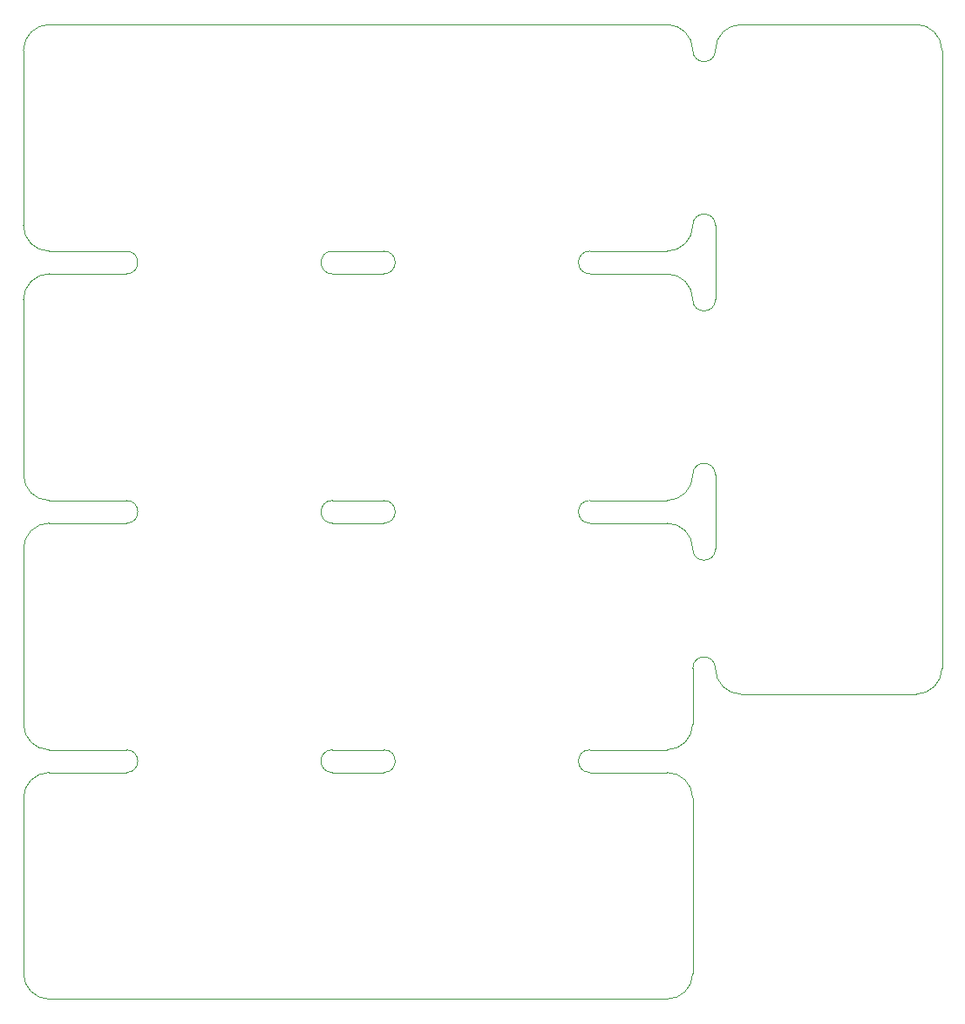
<source format=gbr>
%TF.GenerationSoftware,KiCad,Pcbnew,8.0.2*%
%TF.CreationDate,2024-05-13T13:54:01+09:00*%
%TF.ProjectId,ikafly_rev1a_p,696b6166-6c79-45f7-9265-7631615f702e,rev?*%
%TF.SameCoordinates,Original*%
%TF.FileFunction,Profile,NP*%
%FSLAX46Y46*%
G04 Gerber Fmt 4.6, Leading zero omitted, Abs format (unit mm)*
G04 Created by KiCad (PCBNEW 8.0.2) date 2024-05-13 13:54:01*
%MOMM*%
%LPD*%
G01*
G04 APERTURE LIST*
%TA.AperFunction,Profile*%
%ADD10C,0.050000*%
%TD*%
%TA.AperFunction,Profile*%
%ADD11C,0.100000*%
%TD*%
G04 APERTURE END LIST*
D10*
X143500000Y-66575000D02*
X143500000Y-59375000D01*
X143500000Y-90775000D02*
X143500000Y-83575000D01*
D11*
X141300000Y-83575000D02*
G75*
G02*
X143500000Y-83575000I1100000J0D01*
G01*
X143500000Y-66575000D02*
G75*
G02*
X141300000Y-66575000I-1100000J0D01*
G01*
X141300000Y-59375000D02*
G75*
G02*
X143500000Y-59375000I1100000J0D01*
G01*
X143500000Y-90775000D02*
G75*
G02*
X141300000Y-90775000I-1100000J0D01*
G01*
X141300000Y-102370000D02*
G75*
G02*
X143500000Y-102370000I1100000J0D01*
G01*
X143500000Y-42370000D02*
G75*
G02*
X141300000Y-42370000I-1100000J0D01*
G01*
X86300000Y-86075000D02*
G75*
G02*
X86300000Y-88275000I0J-1100000D01*
G01*
X111300000Y-86075000D02*
X106300000Y-86075000D01*
X78800000Y-88275000D02*
X86300000Y-88275000D01*
X111300000Y-88275000D02*
X106300000Y-88275000D01*
X131300000Y-88275000D02*
X138800000Y-88275000D01*
X106300000Y-88275000D02*
G75*
G02*
X106300000Y-86075000I0J1100000D01*
G01*
X131300000Y-88275000D02*
G75*
G02*
X131300000Y-86075000I0J1100000D01*
G01*
X111300000Y-86075000D02*
G75*
G02*
X111300000Y-88275000I0J-1100000D01*
G01*
X131300000Y-86075000D02*
X138800000Y-86075000D01*
X86300000Y-86075000D02*
X78800000Y-86075000D01*
X165500000Y-102370000D02*
X165500000Y-42370000D01*
X165500000Y-102370000D02*
G75*
G02*
X163000000Y-104870000I-2500000J0D01*
G01*
X163000000Y-39870000D02*
X146000000Y-39870000D01*
X146000000Y-104870000D02*
G75*
G02*
X143500000Y-102370000I0J2500000D01*
G01*
X146000000Y-104870000D02*
X163000000Y-104870000D01*
X163000000Y-39870000D02*
G75*
G02*
X165500000Y-42370000I0J-2500000D01*
G01*
X143500000Y-42370000D02*
G75*
G02*
X146000000Y-39870000I2500000J0D01*
G01*
X78800000Y-110275000D02*
G75*
G02*
X76300000Y-107775000I0J2500000D01*
G01*
X141300000Y-131975000D02*
X141300000Y-114975000D01*
X106300000Y-112475000D02*
G75*
G02*
X106300000Y-110275000I0J1100000D01*
G01*
X76300000Y-114975000D02*
G75*
G02*
X78800000Y-112475000I2500000J0D01*
G01*
X78800000Y-112475000D02*
X86300000Y-112475000D01*
X111300000Y-112475000D02*
X106300000Y-112475000D01*
X131300000Y-112475000D02*
G75*
G02*
X131300000Y-110275000I0J1100000D01*
G01*
X78800000Y-134475000D02*
X81700000Y-134475001D01*
X141300000Y-107775000D02*
X141300000Y-102370000D01*
X111300000Y-110275000D02*
X106300000Y-110275000D01*
X78800000Y-134475000D02*
G75*
G02*
X76300000Y-131975000I0J2500000D01*
G01*
X138800000Y-134475000D02*
X81700000Y-134475001D01*
X86300000Y-110275000D02*
G75*
G02*
X86300000Y-112475000I0J-1100000D01*
G01*
X76300000Y-90775000D02*
G75*
G02*
X78800000Y-88275000I2500000J0D01*
G01*
X141300000Y-131975000D02*
G75*
G02*
X138800000Y-134475000I-2500000J0D01*
G01*
X76300000Y-90775000D02*
X76300000Y-107775000D01*
X138800000Y-112475000D02*
G75*
G02*
X141300000Y-114975000I0J-2500000D01*
G01*
X76300000Y-131975000D02*
X76300000Y-114975000D01*
X111300000Y-110275000D02*
G75*
G02*
X111300000Y-112475000I0J-1100000D01*
G01*
X86300000Y-110275000D02*
X78800000Y-110275000D01*
X131300000Y-110275000D02*
X138800000Y-110275000D01*
X141300000Y-107775000D02*
G75*
G02*
X138800000Y-110275000I-2500000J0D01*
G01*
X138800000Y-88275000D02*
G75*
G02*
X141300000Y-90775000I0J-2500000D01*
G01*
X141300000Y-59375000D02*
G75*
G02*
X138800000Y-61875000I-2500000J0D01*
G01*
X131300000Y-61875000D02*
X138800000Y-61875000D01*
X86300000Y-61875000D02*
X78800000Y-61875000D01*
X76300000Y-83575000D02*
X76300000Y-66575000D01*
X111300000Y-61875000D02*
G75*
G02*
X111300000Y-64075000I0J-1100000D01*
G01*
X138800000Y-64075000D02*
G75*
G02*
X141300000Y-66575000I0J-2500000D01*
G01*
X76300000Y-42375000D02*
X76300000Y-59375000D01*
X141300000Y-83575000D02*
G75*
G02*
X138800000Y-86075000I-2500000J0D01*
G01*
X76300000Y-42375000D02*
G75*
G02*
X78800000Y-39875000I2500000J0D01*
G01*
X138800000Y-39875000D02*
G75*
G02*
X141300000Y-42375000I0J-2500000D01*
G01*
X131300000Y-64075000D02*
X138800000Y-64075000D01*
X86300000Y-61875000D02*
G75*
G02*
X86300000Y-64075000I0J-1100000D01*
G01*
X78800000Y-86075000D02*
G75*
G02*
X76300000Y-83575000I0J2500000D01*
G01*
X111300000Y-61875000D02*
X106300000Y-61875000D01*
X106300000Y-64075000D02*
G75*
G02*
X106300000Y-61875000I0J1100000D01*
G01*
X78800000Y-61875000D02*
G75*
G02*
X76300000Y-59375000I0J2500000D01*
G01*
X131300000Y-64075000D02*
G75*
G02*
X131300000Y-61875000I0J1100000D01*
G01*
X111300000Y-64075000D02*
X106300000Y-64075000D01*
X78800000Y-64075000D02*
X86300000Y-64075000D01*
X76300000Y-66575000D02*
G75*
G02*
X78800000Y-64075000I2500000J0D01*
G01*
X78800000Y-39875000D02*
X138800000Y-39875000D01*
X131300000Y-112475000D02*
X138800000Y-112475000D01*
M02*

</source>
